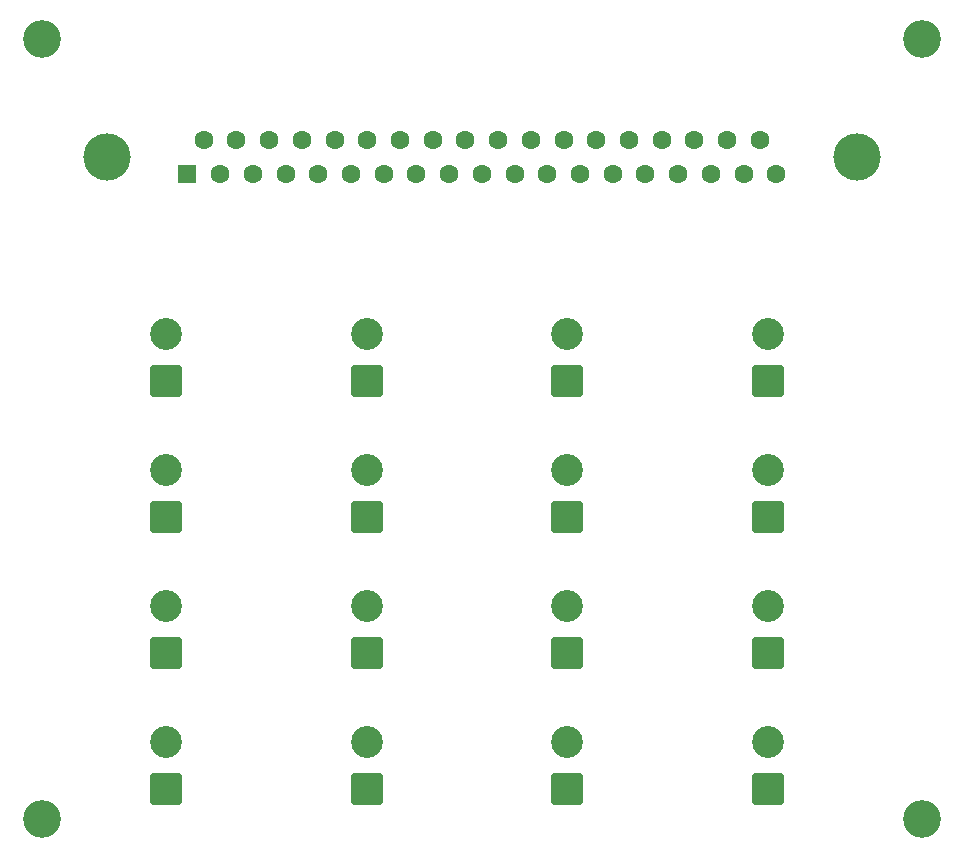
<source format=gbs>
G04 #@! TF.GenerationSoftware,KiCad,Pcbnew,9.0.5*
G04 #@! TF.CreationDate,2025-10-19T17:42:20-05:00*
G04 #@! TF.ProjectId,Digital IO Board Rev B,44696769-7461-46c2-9049-4f20426f6172,rev?*
G04 #@! TF.SameCoordinates,Original*
G04 #@! TF.FileFunction,Soldermask,Bot*
G04 #@! TF.FilePolarity,Negative*
%FSLAX46Y46*%
G04 Gerber Fmt 4.6, Leading zero omitted, Abs format (unit mm)*
G04 Created by KiCad (PCBNEW 9.0.5) date 2025-10-19 17:42:20*
%MOMM*%
%LPD*%
G01*
G04 APERTURE LIST*
G04 Aperture macros list*
%AMRoundRect*
0 Rectangle with rounded corners*
0 $1 Rounding radius*
0 $2 $3 $4 $5 $6 $7 $8 $9 X,Y pos of 4 corners*
0 Add a 4 corners polygon primitive as box body*
4,1,4,$2,$3,$4,$5,$6,$7,$8,$9,$2,$3,0*
0 Add four circle primitives for the rounded corners*
1,1,$1+$1,$2,$3*
1,1,$1+$1,$4,$5*
1,1,$1+$1,$6,$7*
1,1,$1+$1,$8,$9*
0 Add four rect primitives between the rounded corners*
20,1,$1+$1,$2,$3,$4,$5,0*
20,1,$1+$1,$4,$5,$6,$7,0*
20,1,$1+$1,$6,$7,$8,$9,0*
20,1,$1+$1,$8,$9,$2,$3,0*%
G04 Aperture macros list end*
%ADD10RoundRect,0.250001X1.099999X-1.099999X1.099999X1.099999X-1.099999X1.099999X-1.099999X-1.099999X0*%
%ADD11C,2.700000*%
%ADD12C,3.200000*%
%ADD13C,4.000000*%
%ADD14R,1.600000X1.600000*%
%ADD15C,1.600000*%
G04 APERTURE END LIST*
D10*
X139000000Y-91960000D03*
D11*
X139000000Y-88000000D03*
D12*
X169000000Y-40000000D03*
X94500000Y-40000000D03*
D10*
X156000000Y-68960000D03*
D11*
X156000000Y-65000000D03*
D10*
X156000000Y-103460000D03*
D11*
X156000000Y-99500000D03*
D10*
X122000000Y-68960000D03*
D11*
X122000000Y-65000000D03*
D10*
X105000000Y-68960000D03*
D11*
X105000000Y-65000000D03*
D12*
X94500000Y-106000000D03*
X169000000Y-106000000D03*
D10*
X156000000Y-80460000D03*
D11*
X156000000Y-76500000D03*
D13*
X163500000Y-50000000D03*
X100000000Y-50000000D03*
D14*
X106820000Y-51420000D03*
D15*
X109590000Y-51420000D03*
X112360000Y-51420000D03*
X115130000Y-51420000D03*
X117900000Y-51420000D03*
X120670000Y-51420000D03*
X123440000Y-51420000D03*
X126210000Y-51420000D03*
X128980000Y-51420000D03*
X131750000Y-51420000D03*
X134520000Y-51420000D03*
X137290000Y-51420000D03*
X140060000Y-51420000D03*
X142830000Y-51420000D03*
X145600000Y-51420000D03*
X148370000Y-51420000D03*
X151140000Y-51420000D03*
X153910000Y-51420000D03*
X156680000Y-51420000D03*
X108205000Y-48580000D03*
X110975000Y-48580000D03*
X113745000Y-48580000D03*
X116515000Y-48580000D03*
X119285000Y-48580000D03*
X122055000Y-48580000D03*
X124825000Y-48580000D03*
X127595000Y-48580000D03*
X130365000Y-48580000D03*
X133135000Y-48580000D03*
X135905000Y-48580000D03*
X138675000Y-48580000D03*
X141445000Y-48580000D03*
X144215000Y-48580000D03*
X146985000Y-48580000D03*
X149755000Y-48580000D03*
X152525000Y-48580000D03*
X155295000Y-48580000D03*
D10*
X105000000Y-103460000D03*
D11*
X105000000Y-99500000D03*
D10*
X139000000Y-80460000D03*
D11*
X139000000Y-76500000D03*
D10*
X139000000Y-68960000D03*
D11*
X139000000Y-65000000D03*
D10*
X105000000Y-91960000D03*
D11*
X105000000Y-88000000D03*
D10*
X105000000Y-80460000D03*
D11*
X105000000Y-76500000D03*
D10*
X139000000Y-103460000D03*
D11*
X139000000Y-99500000D03*
D10*
X122000000Y-80460000D03*
D11*
X122000000Y-76500000D03*
D10*
X156000000Y-91960000D03*
D11*
X156000000Y-88000000D03*
D10*
X122000000Y-103460000D03*
D11*
X122000000Y-99500000D03*
D10*
X122000000Y-91960000D03*
D11*
X122000000Y-88000000D03*
M02*

</source>
